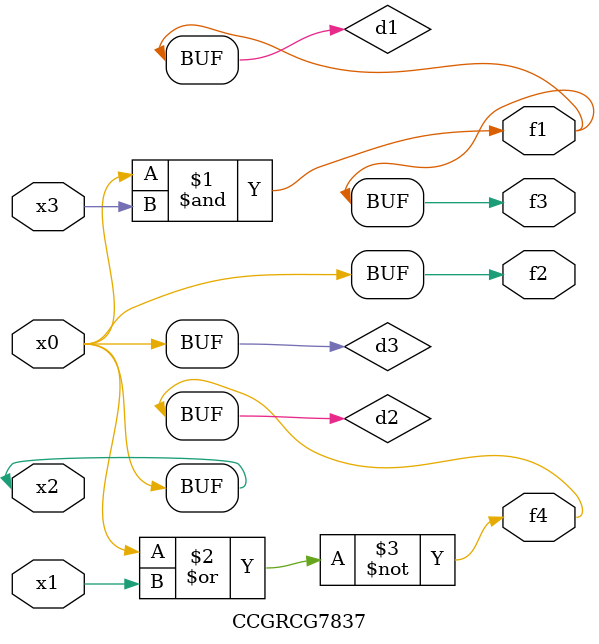
<source format=v>
module CCGRCG7837(
	input x0, x1, x2, x3,
	output f1, f2, f3, f4
);

	wire d1, d2, d3;

	and (d1, x2, x3);
	nor (d2, x0, x1);
	buf (d3, x0, x2);
	assign f1 = d1;
	assign f2 = d3;
	assign f3 = d1;
	assign f4 = d2;
endmodule

</source>
